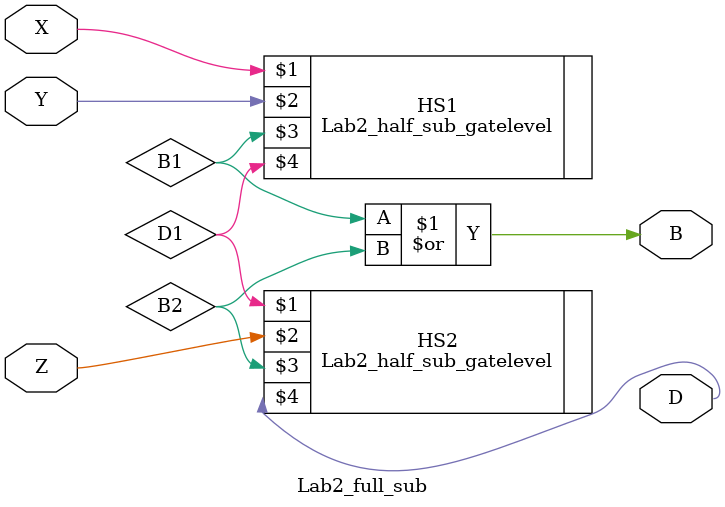
<source format=v>
module Lab2_full_sub (input X,Y,Z,output B,D);
    wire B1,D1,B2;

    Lab2_half_sub_gatelevel HS1 (X,Y,B1,D1);
    Lab2_half_sub_gatelevel HS2 (D1,Z,B2,D);
    or #(10) G1 (B,B1,B2); 
endmodule
</source>
